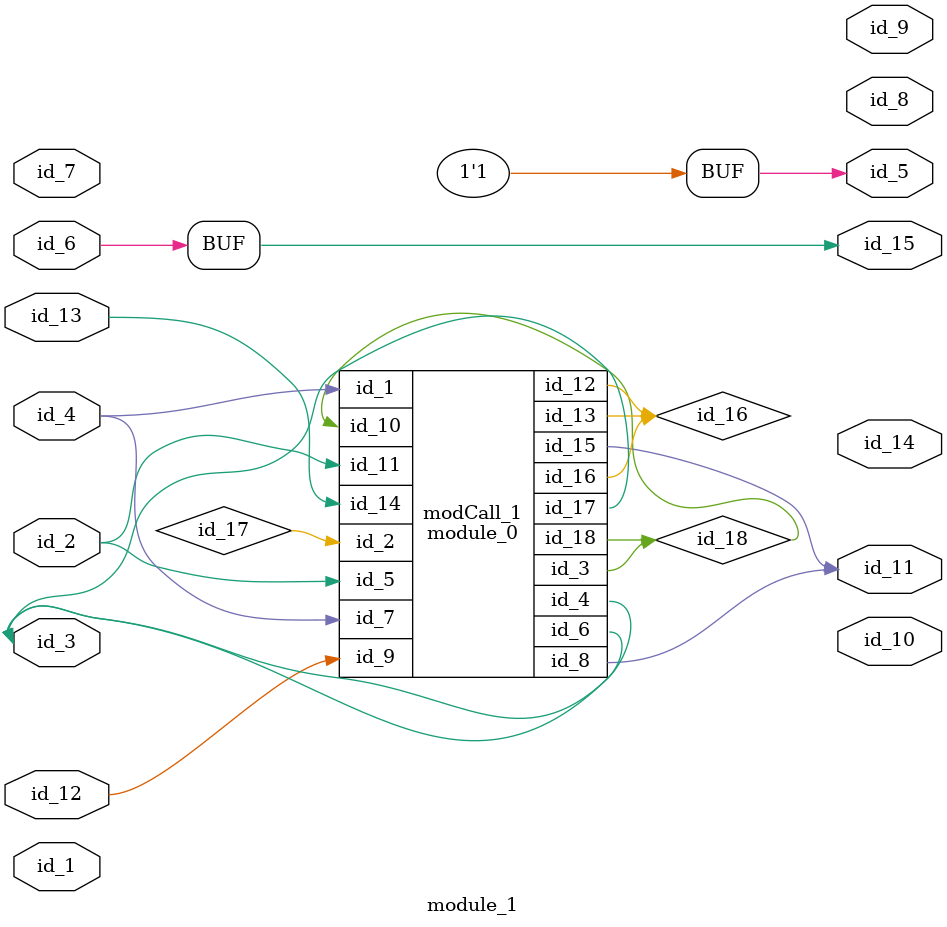
<source format=v>
module module_0 (
    id_1,
    id_2,
    id_3,
    id_4,
    id_5,
    id_6,
    id_7,
    id_8,
    id_9,
    id_10,
    id_11,
    id_12,
    id_13,
    id_14,
    id_15,
    id_16,
    id_17,
    id_18
);
  inout wire id_18;
  inout wire id_17;
  inout wire id_16;
  output wire id_15;
  input wire id_14;
  inout wire id_13;
  output wire id_12;
  input wire id_11;
  input wire id_10;
  input wire id_9;
  output wire id_8;
  input wire id_7;
  inout wire id_6;
  input wire id_5;
  inout wire id_4;
  output wire id_3;
  input wire id_2;
  input wire id_1;
  wire id_19;
  assign id_17 = id_16;
endmodule
module module_1 (
    id_1,
    id_2,
    id_3,
    id_4,
    id_5,
    id_6,
    id_7,
    id_8,
    id_9,
    id_10,
    id_11,
    id_12,
    id_13,
    id_14,
    id_15
);
  output wire id_15;
  output wire id_14;
  input wire id_13;
  input wire id_12;
  output wire id_11;
  output wire id_10;
  output wire id_9;
  output wire id_8;
  inout wire id_7;
  input wire id_6;
  output wire id_5;
  input wire id_4;
  inout wire id_3;
  input wire id_2;
  input wire id_1;
  assign id_9[1!=""] = id_13;
  always id_15 = id_6;
  wire id_16;
  wire id_17;
  wire id_18;
  module_0 modCall_1 (
      id_4,
      id_17,
      id_18,
      id_3,
      id_2,
      id_3,
      id_4,
      id_11,
      id_12,
      id_18,
      id_2,
      id_16,
      id_16,
      id_13,
      id_11,
      id_16,
      id_3,
      id_18
  );
  assign id_5 = 1;
endmodule

</source>
